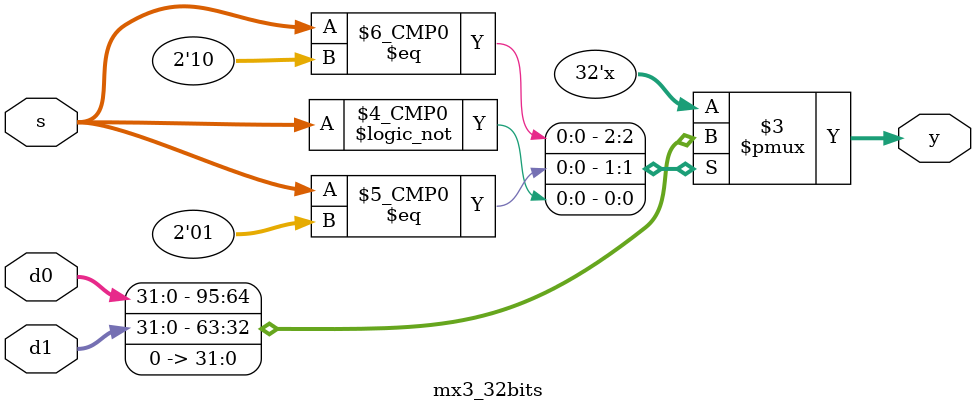
<source format=v>
module mx3_32bits(d0, d1, s, y);
	input [31:0] d0, d1;
	input [1:0] s;
	output reg [31:0] y;

	always@(s, d0, d1) begin
		case(s)
			2'b10: y <= d0;
			2'b01: y <= d1;
			2'b00: y <= 32'h0;
			default: y <= 32'hx;
		endcase
	end
endmodule

</source>
